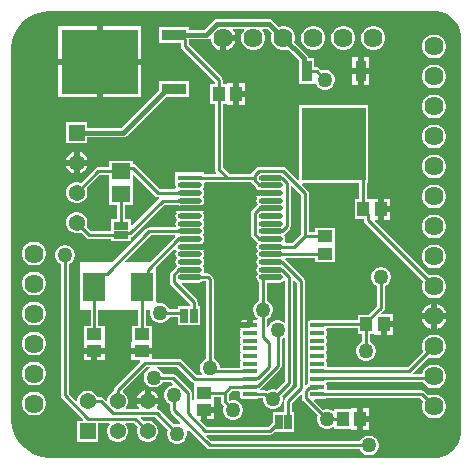
<source format=gtl>
G04*
G04 #@! TF.GenerationSoftware,Altium Limited,Altium Designer,23.2.1 (34)*
G04*
G04 Layer_Physical_Order=1*
G04 Layer_Color=255*
%FSLAX25Y25*%
%MOIN*%
G70*
G04*
G04 #@! TF.SameCoordinates,E1977E32-75BF-4710-9DAA-36D8A4D6ACA6*
G04*
G04*
G04 #@! TF.FilePolarity,Positive*
G04*
G01*
G75*
%ADD15R,0.03960X0.05151*%
%ADD16R,0.03937X0.04921*%
%ADD17R,0.03543X0.07087*%
%ADD18R,0.21457X0.24410*%
G04:AMPARAMS|DCode=19|XSize=15.75mil|YSize=47.24mil|CornerRadius=1.97mil|HoleSize=0mil|Usage=FLASHONLY|Rotation=270.000|XOffset=0mil|YOffset=0mil|HoleType=Round|Shape=RoundedRectangle|*
%AMROUNDEDRECTD19*
21,1,0.01575,0.04331,0,0,270.0*
21,1,0.01181,0.04724,0,0,270.0*
1,1,0.00394,-0.02165,-0.00591*
1,1,0.00394,-0.02165,0.00591*
1,1,0.00394,0.02165,0.00591*
1,1,0.00394,0.02165,-0.00591*
%
%ADD19ROUNDEDRECTD19*%
%ADD20R,0.05151X0.03960*%
%ADD21R,0.02500X0.05000*%
%ADD22R,0.07480X0.09449*%
%ADD23R,0.25591X0.21654*%
%ADD24R,0.08268X0.03740*%
%ADD25R,0.06102X0.05512*%
%ADD26R,0.05000X0.02500*%
%ADD27R,0.08082X0.01791*%
G04:AMPARAMS|DCode=28|XSize=80.82mil|YSize=17.91mil|CornerRadius=8.96mil|HoleSize=0mil|Usage=FLASHONLY|Rotation=0.000|XOffset=0mil|YOffset=0mil|HoleType=Round|Shape=RoundedRectangle|*
%AMROUNDEDRECTD28*
21,1,0.08082,0.00000,0,0,0.0*
21,1,0.06291,0.01791,0,0,0.0*
1,1,0.01791,0.03146,0.00000*
1,1,0.01791,-0.03146,0.00000*
1,1,0.01791,-0.03146,0.00000*
1,1,0.01791,0.03146,0.00000*
%
%ADD28ROUNDEDRECTD28*%
%ADD29R,0.04921X0.03937*%
%ADD52C,0.01000*%
%ADD53C,0.01500*%
%ADD54C,0.06378*%
%ADD55C,0.05394*%
%ADD56R,0.05394X0.05394*%
%ADD57R,0.05394X0.05394*%
%ADD58C,0.09843*%
%ADD59C,0.05000*%
G36*
X144369Y149440D02*
X146014Y148759D01*
X147495Y147770D01*
X148754Y146511D01*
X149743Y145030D01*
X150425Y143385D01*
X150772Y141638D01*
Y140748D01*
X150772Y9843D01*
X150772Y8952D01*
X150425Y7206D01*
X149743Y5561D01*
X148754Y4080D01*
X147495Y2821D01*
X146014Y1832D01*
X144369Y1150D01*
X142623Y803D01*
X141732D01*
X13806Y814D01*
X13806Y814D01*
X13806Y814D01*
X12955D01*
X11269Y1036D01*
X9626Y1476D01*
X8054Y2127D01*
X6581Y2977D01*
X5232Y4013D01*
X4029Y5216D01*
X2993Y6565D01*
X2142Y8038D01*
X1491Y9610D01*
X1051Y11253D01*
X829Y12940D01*
Y13790D01*
X829Y13790D01*
X829Y13791D01*
X803Y136811D01*
Y137662D01*
X1025Y139348D01*
X1465Y140991D01*
X2116Y142563D01*
X2967Y144036D01*
X4002Y145386D01*
X5205Y146588D01*
X6555Y147624D01*
X8028Y148475D01*
X9599Y149126D01*
X11242Y149566D01*
X12929Y149788D01*
X142623D01*
X144369Y149440D01*
D02*
G37*
%LPC*%
G36*
X86718Y147068D02*
X69494D01*
X68889Y146947D01*
X68376Y146605D01*
X65203Y143431D01*
X60052D01*
Y144521D01*
X50184D01*
Y139181D01*
X57427D01*
Y137913D01*
X57528Y137406D01*
X57815Y136976D01*
X68650Y126141D01*
Y125422D01*
X67196D01*
Y118672D01*
X68650D01*
Y97076D01*
X68751Y96568D01*
X69038Y96138D01*
X69173Y96004D01*
X68981Y95542D01*
X65175D01*
Y95912D01*
X55493D01*
Y92521D01*
X55493Y92521D01*
X55532Y92021D01*
X55460Y91658D01*
X55591Y90996D01*
X55639Y90924D01*
X55372Y90424D01*
X50230D01*
X42304Y98350D01*
X41874Y98637D01*
X41367Y98738D01*
X41253D01*
Y99816D01*
X33550D01*
Y97585D01*
X29661D01*
X29154Y97484D01*
X28724Y97197D01*
X24009Y92482D01*
X23988Y92495D01*
X23098Y92733D01*
X22177D01*
X21288Y92495D01*
X20491Y92035D01*
X19840Y91383D01*
X19379Y90586D01*
X19141Y89697D01*
Y88776D01*
X19379Y87887D01*
X19840Y87089D01*
X20491Y86438D01*
X21288Y85978D01*
X22177Y85739D01*
X23098D01*
X23988Y85978D01*
X24785Y86438D01*
X25436Y87089D01*
X25896Y87887D01*
X26135Y88776D01*
Y89697D01*
X25896Y90586D01*
X25884Y90608D01*
X30210Y94934D01*
X33550D01*
Y92704D01*
X33550D01*
Y92335D01*
X33550D01*
Y85224D01*
X36076D01*
Y80249D01*
X34102D01*
Y76324D01*
X27424D01*
X25884Y77865D01*
X25896Y77887D01*
X26135Y78776D01*
Y79697D01*
X25896Y80586D01*
X25436Y81383D01*
X24785Y82034D01*
X23988Y82495D01*
X23098Y82733D01*
X22177D01*
X21288Y82495D01*
X20491Y82034D01*
X19840Y81383D01*
X19379Y80586D01*
X19141Y79697D01*
Y78776D01*
X19379Y77887D01*
X19840Y77089D01*
X20491Y76438D01*
X21288Y75978D01*
X22177Y75740D01*
X23098D01*
X23988Y75978D01*
X24009Y75990D01*
X25938Y74062D01*
X26368Y73774D01*
X26875Y73673D01*
X34102D01*
Y72949D01*
X40702D01*
Y74375D01*
X40947Y74424D01*
X41377Y74712D01*
X51880Y85214D01*
X55203D01*
X55328Y84980D01*
X56470D01*
X56527Y84942D01*
X57188Y84811D01*
X63480D01*
X64141Y84942D01*
X64198Y84980D01*
X65091D01*
X64846Y85347D01*
X64760Y85404D01*
X65077Y85878D01*
X65208Y86540D01*
X65077Y87201D01*
X64702Y87762D01*
Y87876D01*
X65077Y88437D01*
X65208Y89099D01*
X65077Y89760D01*
X64702Y90321D01*
Y90435D01*
X65077Y90996D01*
X65208Y91658D01*
X65136Y92021D01*
X65175Y92521D01*
X65489Y92891D01*
X80720D01*
X80738Y92800D01*
X81025Y92370D01*
X82514Y90881D01*
X82525Y90869D01*
X82551Y90830D01*
X82662Y90271D01*
X82547Y90099D01*
X83439D01*
X83496Y90060D01*
X84158Y89929D01*
X87304D01*
Y88269D01*
X84158D01*
X83496Y88137D01*
X83439Y88099D01*
X82547D01*
X82792Y87732D01*
X82877Y87675D01*
X82561Y87201D01*
X82429Y86540D01*
X82561Y85878D01*
X82911Y85353D01*
X82787Y85049D01*
X82692Y84879D01*
X82524Y84766D01*
X81025Y83268D01*
X80738Y82838D01*
X80637Y82331D01*
Y75394D01*
X80738Y74887D01*
X81025Y74457D01*
X82524Y72958D01*
X82692Y72846D01*
X82787Y72675D01*
X82912Y72372D01*
X82561Y71847D01*
X82429Y71185D01*
X82561Y70524D01*
X82936Y69963D01*
Y69849D01*
X82561Y69288D01*
X82429Y68626D01*
X82561Y67965D01*
X82936Y67404D01*
Y67289D01*
X82561Y66729D01*
X82429Y66067D01*
X82561Y65405D01*
X82936Y64845D01*
Y64730D01*
X82561Y64170D01*
X82429Y63508D01*
X82561Y62846D01*
X82936Y62286D01*
Y62171D01*
X82561Y61611D01*
X82429Y60949D01*
X82561Y60287D01*
X82936Y59727D01*
X83326Y59465D01*
Y53246D01*
X82619Y52838D01*
X82005Y52223D01*
X81571Y51471D01*
X81346Y50631D01*
Y49762D01*
X81571Y48923D01*
X82005Y48171D01*
X82619Y47556D01*
X82946Y47368D01*
X82945Y47196D01*
X82480Y46791D01*
X81315D01*
Y44980D01*
X80315D01*
Y44028D01*
X78150D01*
X77908Y43980D01*
X77011D01*
X77022Y43923D01*
X77287Y43527D01*
X77292Y43523D01*
X77211Y43401D01*
X77133Y43012D01*
Y41831D01*
X77211Y41442D01*
X77411Y41142D01*
X77211Y40842D01*
X77133Y40453D01*
Y39272D01*
X77211Y38883D01*
X77411Y38583D01*
X77211Y38283D01*
X77133Y37894D01*
Y36713D01*
X77211Y36324D01*
X77411Y36024D01*
X77211Y35724D01*
X77133Y35335D01*
Y34154D01*
X77211Y33765D01*
X77411Y33465D01*
X77211Y33165D01*
X77133Y32776D01*
Y31594D01*
X77171Y31402D01*
X76899Y30969D01*
X76812Y30902D01*
X70229D01*
Y31301D01*
X70004Y32141D01*
X69570Y32893D01*
X68955Y33508D01*
X68255Y33912D01*
Y60363D01*
X68154Y60870D01*
X67866Y61300D01*
X67281Y61886D01*
X66851Y62173D01*
X66343Y62274D01*
X65296D01*
X65029Y62774D01*
X65077Y62846D01*
X65208Y63508D01*
X65077Y64170D01*
X64702Y64730D01*
Y64845D01*
X65077Y65405D01*
X65208Y66067D01*
X65077Y66729D01*
X64702Y67289D01*
Y67404D01*
X65077Y67965D01*
X65208Y68626D01*
X65077Y69288D01*
X64760Y69761D01*
X64846Y69819D01*
X65091Y70185D01*
X64198D01*
X64141Y70223D01*
X63480Y70355D01*
X60334D01*
Y72015D01*
X63480D01*
X64141Y72147D01*
X64198Y72185D01*
X65091D01*
X64846Y72552D01*
X64760Y72609D01*
X65077Y73083D01*
X65208Y73744D01*
X65077Y74406D01*
X64702Y74967D01*
Y75081D01*
X65077Y75642D01*
X65208Y76303D01*
X65077Y76965D01*
X64702Y77526D01*
Y77640D01*
X65077Y78201D01*
X65208Y78862D01*
X65077Y79524D01*
X64702Y80085D01*
Y80199D01*
X65077Y80760D01*
X65208Y81421D01*
X65077Y82083D01*
X64760Y82556D01*
X64846Y82614D01*
X65091Y82980D01*
X64198D01*
X64141Y83019D01*
X63480Y83150D01*
X57188D01*
X56527Y83019D01*
X56470Y82980D01*
X55577D01*
X55822Y82614D01*
X55908Y82556D01*
X55591Y82083D01*
X55460Y81421D01*
X55591Y80760D01*
X55966Y80199D01*
Y80085D01*
X55591Y79524D01*
X55460Y78862D01*
X55591Y78201D01*
X55639Y78129D01*
X55372Y77629D01*
X46752D01*
X46245Y77528D01*
X45814Y77241D01*
X34519Y65945D01*
X23622D01*
Y50197D01*
X27218D01*
Y44836D01*
X25168D01*
Y39318D01*
X24968D01*
Y37338D01*
X28543D01*
X32118D01*
Y39318D01*
X31918D01*
Y44836D01*
X29869D01*
Y50197D01*
X42966D01*
Y44836D01*
X40916D01*
Y39318D01*
X40716D01*
Y37338D01*
X44291D01*
X47867D01*
Y39318D01*
X47667D01*
Y44836D01*
X45617D01*
Y50197D01*
X46961D01*
X47265Y49800D01*
X47209Y49589D01*
Y48720D01*
X47434Y47881D01*
X47868Y47129D01*
X48483Y46514D01*
X49235Y46080D01*
X50074Y45855D01*
X50943D01*
X51783Y46080D01*
X52535Y46514D01*
X53150Y47129D01*
X53554Y47829D01*
X56389D01*
Y44928D01*
X63689D01*
Y51528D01*
X62965D01*
Y52720D01*
X62864Y53228D01*
X62576Y53658D01*
X57514Y58720D01*
X57721Y59220D01*
X63480D01*
X64141Y59352D01*
X64548Y59623D01*
X65604D01*
Y33912D01*
X64903Y33508D01*
X64289Y32893D01*
X63854Y32141D01*
X63629Y31301D01*
Y30433D01*
X63854Y29593D01*
X64259Y28892D01*
X64140Y28481D01*
X64103Y28392D01*
X62694D01*
X57669Y33418D01*
X57239Y33705D01*
X56732Y33806D01*
X47867D01*
Y35338D01*
X44291D01*
X40716D01*
Y33358D01*
X43625D01*
X43817Y32896D01*
X35323Y24402D01*
X35035Y23972D01*
X34934Y23465D01*
Y22950D01*
X34910Y22944D01*
X34113Y22483D01*
X33462Y21832D01*
X33001Y21035D01*
X32763Y20145D01*
Y20057D01*
X32301Y19866D01*
X31545Y20622D01*
X31115Y20910D01*
X30608Y21011D01*
X29525D01*
X29518Y21035D01*
X29058Y21832D01*
X28407Y22483D01*
X27610Y22944D01*
X26720Y23182D01*
X25800D01*
X24910Y22944D01*
X24113Y22483D01*
X23462Y21832D01*
X23001Y21035D01*
X22763Y20145D01*
Y20057D01*
X22301Y19866D01*
X20026Y22141D01*
Y65360D01*
X20727Y65765D01*
X21341Y66379D01*
X21776Y67132D01*
X22001Y67971D01*
Y68840D01*
X21776Y69679D01*
X21341Y70432D01*
X20727Y71046D01*
X19974Y71481D01*
X19135Y71706D01*
X18266D01*
X17427Y71481D01*
X16675Y71046D01*
X16060Y70432D01*
X15626Y69679D01*
X15401Y68840D01*
Y67971D01*
X15626Y67132D01*
X16060Y66379D01*
X16675Y65765D01*
X17375Y65360D01*
Y21592D01*
X17476Y21084D01*
X17763Y20654D01*
X24774Y13644D01*
X24583Y13182D01*
X22763D01*
Y6188D01*
X29757D01*
Y12563D01*
X33485D01*
X33692Y12063D01*
X33462Y11832D01*
X33001Y11035D01*
X32763Y10145D01*
Y9225D01*
X33001Y8335D01*
X33462Y7538D01*
X34113Y6887D01*
X34910Y6426D01*
X35800Y6188D01*
X36720D01*
X37610Y6426D01*
X38407Y6887D01*
X39058Y7538D01*
X39518Y8335D01*
X39757Y9225D01*
Y10145D01*
X39518Y11035D01*
X39058Y11832D01*
X38827Y12063D01*
X39035Y12563D01*
X41508D01*
X43014Y11056D01*
X43001Y11035D01*
X42763Y10145D01*
Y9225D01*
X43001Y8335D01*
X43462Y7538D01*
X44113Y6887D01*
X44910Y6426D01*
X45799Y6188D01*
X46720D01*
X47610Y6426D01*
X48407Y6887D01*
X49058Y7538D01*
X49518Y8335D01*
X49757Y9225D01*
Y10145D01*
X49518Y11035D01*
X49058Y11832D01*
X48407Y12483D01*
X47610Y12944D01*
X46720Y13182D01*
X45799D01*
X44910Y12944D01*
X44888Y12931D01*
X43919Y13901D01*
X44110Y14363D01*
X48723D01*
X53012Y10074D01*
X52802Y9293D01*
Y8424D01*
X53027Y7585D01*
X53462Y6832D01*
X54076Y6218D01*
X54829Y5783D01*
X55668Y5558D01*
X56537D01*
X57376Y5783D01*
X58129Y6218D01*
X58743Y6832D01*
X59178Y7585D01*
X59402Y8424D01*
Y9293D01*
X59313Y9626D01*
X59670Y10212D01*
X59746Y10229D01*
X65992Y3984D01*
X66422Y3697D01*
X66929Y3596D01*
X117034D01*
X117438Y2895D01*
X118052Y2281D01*
X118805Y1846D01*
X119644Y1621D01*
X120513D01*
X121353Y1846D01*
X122105Y2281D01*
X122719Y2895D01*
X123154Y3647D01*
X123379Y4487D01*
Y5356D01*
X123154Y6195D01*
X122719Y6948D01*
X122105Y7562D01*
X121353Y7996D01*
X120513Y8221D01*
X119644D01*
X118805Y7996D01*
X118052Y7562D01*
X117438Y6948D01*
X117034Y6247D01*
X67478D01*
X65708Y8017D01*
X65915Y8517D01*
X86983D01*
X87490Y8618D01*
X87920Y8905D01*
X88510Y9495D01*
X95186D01*
Y16095D01*
X94461D01*
Y19233D01*
X97306Y22079D01*
X97768Y21887D01*
Y20738D01*
X97869Y20231D01*
X98156Y19801D01*
X102962Y14996D01*
X102752Y14214D01*
Y13345D01*
X102977Y12506D01*
X103412Y11753D01*
X104026Y11139D01*
X104779Y10704D01*
X105618Y10480D01*
X106487D01*
X107326Y10704D01*
X108034Y11113D01*
X108360Y11022D01*
X108534Y10950D01*
Y10404D01*
X114053D01*
Y10204D01*
X116032D01*
Y13780D01*
Y17355D01*
X114053D01*
Y17155D01*
X108534D01*
Y16609D01*
X108360Y16537D01*
X108034Y16446D01*
X107326Y16855D01*
X106487Y17079D01*
X105618D01*
X104836Y16870D01*
X101827Y19880D01*
X102018Y20342D01*
X104921D01*
X105310Y20419D01*
X105616Y20623D01*
X137148D01*
X138126Y19645D01*
X138015Y19453D01*
X137743Y18439D01*
Y17388D01*
X138015Y16374D01*
X138540Y15464D01*
X139283Y14721D01*
X140193Y14196D01*
X141207Y13924D01*
X142257D01*
X143272Y14196D01*
X144182Y14721D01*
X144924Y15464D01*
X145449Y16374D01*
X145721Y17388D01*
Y18439D01*
X145449Y19453D01*
X144924Y20363D01*
X144182Y21105D01*
X143272Y21631D01*
X142257Y21902D01*
X141207D01*
X140193Y21631D01*
X140000Y21520D01*
X138634Y22886D01*
X138204Y23173D01*
X137697Y23274D01*
X106246D01*
X105909Y23774D01*
X105938Y23917D01*
Y25098D01*
X105860Y25487D01*
X105833Y25529D01*
X106100Y26029D01*
X138214D01*
X138540Y25464D01*
X139283Y24721D01*
X140193Y24196D01*
X141207Y23924D01*
X142257D01*
X143272Y24196D01*
X144182Y24721D01*
X144924Y25464D01*
X145449Y26374D01*
X145721Y27388D01*
Y28439D01*
X145449Y29453D01*
X144924Y30363D01*
X144182Y31105D01*
X143272Y31631D01*
X142257Y31902D01*
X141207D01*
X140193Y31631D01*
X139283Y31105D01*
X138540Y30363D01*
X138015Y29453D01*
X137808Y28680D01*
X135080D01*
X134873Y29180D01*
X140000Y34307D01*
X140193Y34196D01*
X141207Y33924D01*
X142257D01*
X143272Y34196D01*
X144182Y34721D01*
X144924Y35464D01*
X145449Y36374D01*
X145721Y37388D01*
Y38439D01*
X145449Y39453D01*
X144924Y40363D01*
X144182Y41105D01*
X143272Y41631D01*
X142257Y41902D01*
X141207D01*
X140193Y41631D01*
X139283Y41105D01*
X138540Y40363D01*
X138015Y39453D01*
X137743Y38439D01*
Y37388D01*
X138015Y36374D01*
X138126Y36182D01*
X132896Y30951D01*
X106246D01*
X105909Y31451D01*
X105938Y31594D01*
Y32776D01*
X105860Y33165D01*
X105660Y33465D01*
X105860Y33765D01*
X105938Y34154D01*
Y35335D01*
X105860Y35724D01*
X105660Y36024D01*
X105860Y36324D01*
X105938Y36713D01*
Y37894D01*
X105860Y38283D01*
X105660Y38583D01*
X105860Y38883D01*
X105938Y39272D01*
Y40453D01*
X105860Y40842D01*
X105660Y41142D01*
X105860Y41442D01*
X105938Y41831D01*
Y43012D01*
X105860Y43401D01*
X105827Y43450D01*
X106095Y43950D01*
X116326D01*
Y42015D01*
X117769D01*
Y39463D01*
X117068Y39058D01*
X116454Y38444D01*
X116019Y37691D01*
X115795Y36852D01*
Y35983D01*
X116019Y35144D01*
X116454Y34391D01*
X117068Y33777D01*
X117821Y33342D01*
X118660Y33117D01*
X119529D01*
X120368Y33342D01*
X121121Y33777D01*
X121735Y34391D01*
X122170Y35144D01*
X122395Y35983D01*
Y36852D01*
X122170Y37691D01*
X121735Y38444D01*
X121121Y39058D01*
X120420Y39463D01*
Y42015D01*
X121614D01*
X122031Y41815D01*
X122031Y41815D01*
X122031Y41815D01*
X124000D01*
Y45276D01*
X125000D01*
Y46276D01*
X127969D01*
Y48736D01*
X124376D01*
X124185Y49198D01*
X124953Y49966D01*
X125240Y50396D01*
X125341Y50904D01*
Y57978D01*
X126042Y58383D01*
X126656Y58997D01*
X127091Y59750D01*
X127316Y60589D01*
Y61458D01*
X127091Y62297D01*
X126656Y63050D01*
X126042Y63664D01*
X125289Y64099D01*
X124450Y64324D01*
X123581D01*
X122742Y64099D01*
X121990Y63664D01*
X121375Y63050D01*
X120941Y62297D01*
X120716Y61458D01*
Y60589D01*
X120941Y59750D01*
X121375Y58997D01*
X121990Y58383D01*
X122690Y57978D01*
Y51453D01*
X119774Y48536D01*
X116326D01*
Y46601D01*
X104626D01*
X104557Y46587D01*
X100591D01*
X100202Y46510D01*
X99872Y46290D01*
X99651Y45960D01*
X99574Y45571D01*
Y44390D01*
X99651Y44001D01*
X99852Y43701D01*
X99651Y43401D01*
X99574Y43012D01*
Y41831D01*
X99651Y41442D01*
X99852Y41142D01*
X99652Y40842D01*
X99574Y40453D01*
Y39272D01*
X99652Y38883D01*
X99852Y38583D01*
X99651Y38283D01*
X99574Y37894D01*
Y36713D01*
X99651Y36324D01*
X99852Y36024D01*
X99651Y35724D01*
X99574Y35335D01*
Y34154D01*
X99651Y33765D01*
X99852Y33465D01*
X99651Y33165D01*
X99574Y32776D01*
Y31594D01*
X99651Y31205D01*
X99852Y30906D01*
X99651Y30606D01*
X99574Y30217D01*
Y29035D01*
X99651Y28646D01*
X99852Y28346D01*
X99651Y28046D01*
X99574Y27657D01*
Y26476D01*
X99651Y26087D01*
X99852Y25787D01*
X99651Y25487D01*
X99642Y25442D01*
X99217Y25158D01*
X99091Y25032D01*
X98629Y25223D01*
Y59758D01*
X98528Y60265D01*
X98241Y60695D01*
X92136Y66801D01*
X92168Y67017D01*
X92313Y67301D01*
X102054D01*
Y66129D01*
X108576D01*
Y71666D01*
X108576D01*
Y72035D01*
X108576D01*
Y77572D01*
X102054D01*
Y76129D01*
X100143D01*
Y88953D01*
X100042Y89460D01*
X99755Y89890D01*
X97797Y91848D01*
X97988Y92310D01*
X116878D01*
Y87037D01*
X115424D01*
Y80286D01*
X118358D01*
Y79962D01*
X118459Y79455D01*
X118746Y79025D01*
X138126Y59645D01*
X138015Y59453D01*
X137743Y58439D01*
Y57388D01*
X138015Y56374D01*
X138540Y55464D01*
X139283Y54721D01*
X140193Y54196D01*
X141207Y53924D01*
X142257D01*
X143272Y54196D01*
X144182Y54721D01*
X144924Y55464D01*
X145449Y56374D01*
X145721Y57388D01*
Y58439D01*
X145449Y59453D01*
X144924Y60363D01*
X144182Y61105D01*
X143272Y61631D01*
X142257Y61902D01*
X141207D01*
X140193Y61631D01*
X140000Y61520D01*
X121896Y79624D01*
X122087Y80086D01*
X122922D01*
Y83661D01*
Y87237D01*
X120942D01*
Y87037D01*
X119529D01*
Y92310D01*
X119796D01*
Y118320D01*
X96739D01*
Y93559D01*
X96277Y93368D01*
X92296Y97350D01*
X91866Y97637D01*
X91359Y97738D01*
X83249D01*
X82741Y97637D01*
X82311Y97350D01*
X81025Y96063D01*
X80738Y95633D01*
X80720Y95542D01*
X73384D01*
X71301Y97625D01*
Y118672D01*
X72714D01*
Y118472D01*
X74694D01*
Y122047D01*
Y125622D01*
X72714D01*
Y125422D01*
X71301D01*
Y126690D01*
X71200Y127197D01*
X70913Y127627D01*
X60078Y138462D01*
Y140270D01*
X65857D01*
X66462Y140391D01*
X66768Y140595D01*
X67268Y140340D01*
Y140197D01*
X67553Y139131D01*
X68105Y138176D01*
X68885Y137396D01*
X69840Y136845D01*
X70457Y136679D01*
Y140748D01*
X71457D01*
Y141748D01*
X75526D01*
X75360Y142365D01*
X74809Y143320D01*
X74684Y143445D01*
X74876Y143907D01*
X78321D01*
X78512Y143445D01*
X78265Y143198D01*
X77740Y142288D01*
X77468Y141273D01*
Y140223D01*
X77740Y139208D01*
X78265Y138299D01*
X79008Y137556D01*
X79917Y137031D01*
X80932Y136759D01*
X81982D01*
X82996Y137031D01*
X83906Y137556D01*
X84649Y138299D01*
X85174Y139208D01*
X85446Y140223D01*
Y141273D01*
X85174Y142288D01*
X84649Y143198D01*
X84401Y143445D01*
X84593Y143907D01*
X86063D01*
X87727Y142243D01*
X87468Y141273D01*
Y140223D01*
X87740Y139208D01*
X88265Y138299D01*
X89008Y137556D01*
X89917Y137031D01*
X90932Y136759D01*
X91982D01*
X92951Y137019D01*
X96689Y133281D01*
Y130746D01*
X96720Y130593D01*
Y125381D01*
X101863D01*
Y125381D01*
X102319Y125564D01*
X102363Y125554D01*
X102773Y124844D01*
X103387Y124229D01*
X104140Y123795D01*
X104979Y123570D01*
X105848D01*
X106687Y123795D01*
X107440Y124229D01*
X108054Y124844D01*
X108489Y125596D01*
X108713Y126436D01*
Y127304D01*
X108489Y128144D01*
X108054Y128896D01*
X107440Y129511D01*
X106687Y129945D01*
X105848Y130170D01*
X104979D01*
X104197Y129961D01*
X103496Y130662D01*
X103066Y130949D01*
X102559Y131050D01*
X101863D01*
Y134068D01*
X99824D01*
X99730Y134540D01*
X99387Y135053D01*
X95186Y139254D01*
X95446Y140223D01*
Y141273D01*
X95174Y142288D01*
X94649Y143198D01*
X93906Y143940D01*
X92997Y144465D01*
X91982Y144737D01*
X90932D01*
X89962Y144477D01*
X87835Y146605D01*
X87322Y146947D01*
X86718Y147068D01*
D02*
G37*
G36*
X121982Y144737D02*
X120932D01*
X119917Y144465D01*
X119008Y143940D01*
X118265Y143198D01*
X117740Y142288D01*
X117468Y141273D01*
Y140223D01*
X117740Y139208D01*
X118265Y138299D01*
X119008Y137556D01*
X119917Y137031D01*
X120932Y136759D01*
X121982D01*
X122996Y137031D01*
X123906Y137556D01*
X124649Y138299D01*
X125174Y139208D01*
X125446Y140223D01*
Y141273D01*
X125174Y142288D01*
X124649Y143198D01*
X123906Y143940D01*
X122996Y144465D01*
X121982Y144737D01*
D02*
G37*
G36*
X111982D02*
X110932D01*
X109917Y144465D01*
X109008Y143940D01*
X108265Y143198D01*
X107740Y142288D01*
X107468Y141273D01*
Y140223D01*
X107740Y139208D01*
X108265Y138299D01*
X109008Y137556D01*
X109917Y137031D01*
X110932Y136759D01*
X111982D01*
X112996Y137031D01*
X113906Y137556D01*
X114649Y138299D01*
X115174Y139208D01*
X115446Y140223D01*
Y141273D01*
X115174Y142288D01*
X114649Y143198D01*
X113906Y143940D01*
X112996Y144465D01*
X111982Y144737D01*
D02*
G37*
G36*
X101982Y144737D02*
X100932D01*
X99917Y144465D01*
X99007Y143940D01*
X98265Y143198D01*
X97740Y142288D01*
X97468Y141273D01*
Y140223D01*
X97740Y139208D01*
X98265Y138299D01*
X99007Y137556D01*
X99917Y137031D01*
X100932Y136759D01*
X101982D01*
X102997Y137031D01*
X103906Y137556D01*
X104649Y138299D01*
X105174Y139208D01*
X105446Y140223D01*
Y141273D01*
X105174Y142288D01*
X104649Y143198D01*
X103906Y143940D01*
X102997Y144465D01*
X101982Y144737D01*
D02*
G37*
G36*
X75526Y139748D02*
X72457D01*
Y136679D01*
X73074Y136845D01*
X74029Y137396D01*
X74809Y138176D01*
X75360Y139131D01*
X75526Y139748D01*
D02*
G37*
G36*
X142257Y141902D02*
X141207D01*
X140193Y141631D01*
X139283Y141105D01*
X138540Y140363D01*
X138015Y139453D01*
X137743Y138439D01*
Y137388D01*
X138015Y136374D01*
X138540Y135464D01*
X139283Y134721D01*
X140193Y134196D01*
X141207Y133924D01*
X142257D01*
X143272Y134196D01*
X144182Y134721D01*
X144924Y135464D01*
X145449Y136374D01*
X145721Y137388D01*
Y138439D01*
X145449Y139453D01*
X144924Y140363D01*
X144182Y141105D01*
X143272Y141631D01*
X142257Y141902D01*
D02*
G37*
G36*
X44110Y144701D02*
X31315D01*
Y133874D01*
X44110D01*
Y144701D01*
D02*
G37*
G36*
X29315D02*
X16520D01*
Y133874D01*
X29315D01*
Y144701D01*
D02*
G37*
G36*
X120016Y134268D02*
X118244D01*
Y130724D01*
X120016D01*
Y134268D01*
D02*
G37*
G36*
X116244D02*
X114472D01*
Y130724D01*
X116244D01*
Y134268D01*
D02*
G37*
G36*
X120016Y128724D02*
X118244D01*
Y125181D01*
X120016D01*
Y128724D01*
D02*
G37*
G36*
X116244D02*
X114472D01*
Y125181D01*
X116244D01*
Y128724D01*
D02*
G37*
G36*
X142257Y131902D02*
X141207D01*
X140193Y131631D01*
X139283Y131105D01*
X138540Y130363D01*
X138015Y129453D01*
X137743Y128439D01*
Y127388D01*
X138015Y126374D01*
X138540Y125464D01*
X139283Y124721D01*
X140193Y124196D01*
X141207Y123924D01*
X142257D01*
X143272Y124196D01*
X144182Y124721D01*
X144924Y125464D01*
X145449Y126374D01*
X145721Y127388D01*
Y128439D01*
X145449Y129453D01*
X144924Y130363D01*
X144182Y131105D01*
X143272Y131631D01*
X142257Y131902D01*
D02*
G37*
G36*
X78674Y125622D02*
X76694D01*
Y123047D01*
X78674D01*
Y125622D01*
D02*
G37*
G36*
X44110Y131874D02*
X31315D01*
Y121047D01*
X44110D01*
Y131874D01*
D02*
G37*
G36*
X29315D02*
X16520D01*
Y121047D01*
X29315D01*
Y131874D01*
D02*
G37*
G36*
X78674Y121047D02*
X76694D01*
Y118472D01*
X78674D01*
Y121047D01*
D02*
G37*
G36*
X142257Y121902D02*
X141207D01*
X140193Y121631D01*
X139283Y121105D01*
X138540Y120363D01*
X138015Y119453D01*
X137743Y118439D01*
Y117388D01*
X138015Y116374D01*
X138540Y115464D01*
X139283Y114721D01*
X140193Y114196D01*
X141207Y113924D01*
X142257D01*
X143272Y114196D01*
X144182Y114721D01*
X144924Y115464D01*
X145449Y116374D01*
X145721Y117388D01*
Y118439D01*
X145449Y119453D01*
X144924Y120363D01*
X144182Y121105D01*
X143272Y121631D01*
X142257Y121902D01*
D02*
G37*
G36*
X60052Y126568D02*
X50184D01*
Y123463D01*
X37538Y110817D01*
X26135D01*
Y112733D01*
X19141D01*
Y105739D01*
X26135D01*
Y107656D01*
X38193D01*
X38798Y107776D01*
X39311Y108119D01*
X52419Y121228D01*
X60052D01*
Y126568D01*
D02*
G37*
G36*
X142257Y111902D02*
X141207D01*
X140193Y111631D01*
X139283Y111105D01*
X138540Y110363D01*
X138015Y109453D01*
X137743Y108439D01*
Y107388D01*
X138015Y106374D01*
X138540Y105464D01*
X139283Y104721D01*
X140193Y104196D01*
X141207Y103924D01*
X142257D01*
X143272Y104196D01*
X144182Y104721D01*
X144924Y105464D01*
X145449Y106374D01*
X145721Y107388D01*
Y108439D01*
X145449Y109453D01*
X144924Y110363D01*
X144182Y111105D01*
X143272Y111631D01*
X142257Y111902D01*
D02*
G37*
G36*
X23638Y102796D02*
Y100236D01*
X26197D01*
X26083Y100663D01*
X25596Y101506D01*
X24908Y102194D01*
X24065Y102681D01*
X23638Y102796D01*
D02*
G37*
G36*
X21638Y102796D02*
X21211Y102681D01*
X20368Y102194D01*
X19680Y101506D01*
X19193Y100663D01*
X19079Y100236D01*
X21638D01*
Y102796D01*
D02*
G37*
G36*
Y98236D02*
X19079D01*
X19193Y97809D01*
X19680Y96966D01*
X20368Y96278D01*
X21211Y95791D01*
X21638Y95677D01*
Y98236D01*
D02*
G37*
G36*
X26197D02*
X23638D01*
Y95677D01*
X24065Y95791D01*
X24908Y96278D01*
X25596Y96966D01*
X26083Y97809D01*
X26197Y98236D01*
D02*
G37*
G36*
X142257Y101902D02*
X141207D01*
X140193Y101631D01*
X139283Y101105D01*
X138540Y100363D01*
X138015Y99453D01*
X137743Y98439D01*
Y97388D01*
X138015Y96374D01*
X138540Y95464D01*
X139283Y94721D01*
X140193Y94196D01*
X141207Y93924D01*
X142257D01*
X143272Y94196D01*
X144182Y94721D01*
X144924Y95464D01*
X145449Y96374D01*
X145721Y97388D01*
Y98439D01*
X145449Y99453D01*
X144924Y100363D01*
X144182Y101105D01*
X143272Y101631D01*
X142257Y101902D01*
D02*
G37*
G36*
X126902Y87237D02*
X124922D01*
Y84661D01*
X126902D01*
Y87237D01*
D02*
G37*
G36*
X142257Y91902D02*
X141207D01*
X140193Y91631D01*
X139283Y91105D01*
X138540Y90363D01*
X138015Y89453D01*
X137743Y88439D01*
Y87388D01*
X138015Y86374D01*
X138540Y85464D01*
X139283Y84721D01*
X140193Y84196D01*
X141207Y83924D01*
X142257D01*
X143272Y84196D01*
X144182Y84721D01*
X144924Y85464D01*
X145449Y86374D01*
X145721Y87388D01*
Y88439D01*
X145449Y89453D01*
X144924Y90363D01*
X144182Y91105D01*
X143272Y91631D01*
X142257Y91902D01*
D02*
G37*
G36*
X126902Y82661D02*
X124922D01*
Y80086D01*
X126902D01*
Y82661D01*
D02*
G37*
G36*
X142257Y81902D02*
X141207D01*
X140193Y81630D01*
X139283Y81105D01*
X138540Y80363D01*
X138015Y79453D01*
X137743Y78439D01*
Y77388D01*
X138015Y76374D01*
X138540Y75464D01*
X139283Y74721D01*
X140193Y74196D01*
X141207Y73924D01*
X142257D01*
X143272Y74196D01*
X144182Y74721D01*
X144924Y75464D01*
X145449Y76374D01*
X145721Y77388D01*
Y78439D01*
X145449Y79453D01*
X144924Y80363D01*
X144182Y81105D01*
X143272Y81630D01*
X142257Y81902D01*
D02*
G37*
G36*
X8924Y72894D02*
X7874D01*
X6859Y72622D01*
X5950Y72097D01*
X5207Y71354D01*
X4682Y70444D01*
X4410Y69430D01*
Y68379D01*
X4682Y67365D01*
X5207Y66455D01*
X5950Y65713D01*
X6859Y65188D01*
X7874Y64916D01*
X8924D01*
X9939Y65188D01*
X10848Y65713D01*
X11591Y66455D01*
X12116Y67365D01*
X12388Y68379D01*
Y69430D01*
X12116Y70444D01*
X11591Y71354D01*
X10848Y72097D01*
X9939Y72622D01*
X8924Y72894D01*
D02*
G37*
G36*
X142257Y71902D02*
X141207D01*
X140193Y71631D01*
X139283Y71105D01*
X138540Y70363D01*
X138015Y69453D01*
X137743Y68439D01*
Y67388D01*
X138015Y66374D01*
X138540Y65464D01*
X139283Y64721D01*
X140193Y64196D01*
X141207Y63924D01*
X142257D01*
X143272Y64196D01*
X144182Y64721D01*
X144924Y65464D01*
X145449Y66374D01*
X145721Y67388D01*
Y68439D01*
X145449Y69453D01*
X144924Y70363D01*
X144182Y71105D01*
X143272Y71631D01*
X142257Y71902D01*
D02*
G37*
G36*
X8924Y62894D02*
X7874D01*
X6859Y62622D01*
X5950Y62097D01*
X5207Y61354D01*
X4682Y60444D01*
X4410Y59430D01*
Y58380D01*
X4682Y57365D01*
X5207Y56455D01*
X5950Y55713D01*
X6859Y55187D01*
X7874Y54916D01*
X8924D01*
X9939Y55187D01*
X10848Y55713D01*
X11591Y56455D01*
X12116Y57365D01*
X12388Y58380D01*
Y59430D01*
X12116Y60444D01*
X11591Y61354D01*
X10848Y62097D01*
X9939Y62622D01*
X8924Y62894D01*
D02*
G37*
G36*
X142732Y51982D02*
Y48913D01*
X145801D01*
X145636Y49530D01*
X145084Y50485D01*
X144304Y51265D01*
X143349Y51817D01*
X142732Y51982D01*
D02*
G37*
G36*
X140732D02*
X140115Y51817D01*
X139160Y51265D01*
X138380Y50485D01*
X137829Y49530D01*
X137663Y48913D01*
X140732D01*
Y51982D01*
D02*
G37*
G36*
X79315Y46791D02*
X78150D01*
X77683Y46698D01*
X77287Y46434D01*
X77022Y46038D01*
X77011Y45980D01*
X79315D01*
Y46791D01*
D02*
G37*
G36*
X8924Y52894D02*
X7874D01*
X6859Y52622D01*
X5950Y52097D01*
X5207Y51354D01*
X4682Y50444D01*
X4410Y49430D01*
Y48379D01*
X4682Y47365D01*
X5207Y46455D01*
X5950Y45713D01*
X6859Y45188D01*
X7874Y44916D01*
X8924D01*
X9939Y45188D01*
X10848Y45713D01*
X11591Y46455D01*
X12116Y47365D01*
X12388Y48379D01*
Y49430D01*
X12116Y50444D01*
X11591Y51354D01*
X10848Y52097D01*
X9939Y52622D01*
X8924Y52894D01*
D02*
G37*
G36*
X145801Y46913D02*
X142732D01*
Y43845D01*
X143349Y44010D01*
X144304Y44561D01*
X145084Y45341D01*
X145636Y46297D01*
X145801Y46913D01*
D02*
G37*
G36*
X140732D02*
X137663D01*
X137829Y46297D01*
X138380Y45341D01*
X139160Y44561D01*
X140115Y44010D01*
X140732Y43845D01*
Y46913D01*
D02*
G37*
G36*
X127969Y44276D02*
X126000D01*
Y41815D01*
X127969D01*
Y44276D01*
D02*
G37*
G36*
X8924Y42894D02*
X7874D01*
X6859Y42622D01*
X5950Y42097D01*
X5207Y41354D01*
X4682Y40444D01*
X4410Y39430D01*
Y38379D01*
X4682Y37365D01*
X5207Y36455D01*
X5950Y35713D01*
X6859Y35188D01*
X7874Y34916D01*
X8924D01*
X9939Y35188D01*
X10848Y35713D01*
X11591Y36455D01*
X12116Y37365D01*
X12388Y38379D01*
Y39430D01*
X12116Y40444D01*
X11591Y41354D01*
X10848Y42097D01*
X9939Y42622D01*
X8924Y42894D01*
D02*
G37*
G36*
X32118Y35338D02*
X29543D01*
Y33358D01*
X32118D01*
Y35338D01*
D02*
G37*
G36*
X27543D02*
X24968D01*
Y33358D01*
X27543D01*
Y35338D01*
D02*
G37*
G36*
X8924Y32894D02*
X7874D01*
X6859Y32622D01*
X5950Y32097D01*
X5207Y31354D01*
X4682Y30444D01*
X4410Y29430D01*
Y28379D01*
X4682Y27365D01*
X5207Y26455D01*
X5950Y25713D01*
X6859Y25188D01*
X7874Y24916D01*
X8924D01*
X9939Y25188D01*
X10848Y25713D01*
X11591Y26455D01*
X12116Y27365D01*
X12388Y28379D01*
Y29430D01*
X12116Y30444D01*
X11591Y31354D01*
X10848Y32097D01*
X9939Y32622D01*
X8924Y32894D01*
D02*
G37*
G36*
Y22894D02*
X7874D01*
X6859Y22622D01*
X5950Y22097D01*
X5207Y21354D01*
X4682Y20444D01*
X4410Y19430D01*
Y18380D01*
X4682Y17365D01*
X5207Y16455D01*
X5950Y15713D01*
X6859Y15188D01*
X7874Y14916D01*
X8924D01*
X9939Y15188D01*
X10848Y15713D01*
X11591Y16455D01*
X12116Y17365D01*
X12388Y18380D01*
Y19430D01*
X12116Y20444D01*
X11591Y21354D01*
X10848Y22097D01*
X9939Y22622D01*
X8924Y22894D01*
D02*
G37*
G36*
X120012Y17355D02*
X118032D01*
Y14780D01*
X120012D01*
Y17355D01*
D02*
G37*
G36*
Y12779D02*
X118032D01*
Y10204D01*
X120012D01*
Y12779D01*
D02*
G37*
%LPD*%
G36*
X48744Y88161D02*
X49174Y87874D01*
X49681Y87773D01*
X49983D01*
X50190Y87273D01*
X41164Y78247D01*
X40702Y78438D01*
Y80249D01*
X38727D01*
Y85224D01*
X41253D01*
Y92335D01*
X41253D01*
Y92704D01*
X41253D01*
Y94999D01*
X41715Y95190D01*
X48744Y88161D01*
D02*
G37*
G36*
X97492Y88404D02*
Y75352D01*
X94651Y72511D01*
X92265D01*
X91998Y73011D01*
X92046Y73083D01*
X92178Y73744D01*
X92046Y74406D01*
X91696Y74930D01*
X91821Y75235D01*
X91915Y75405D01*
X92084Y75517D01*
X93582Y77016D01*
X93869Y77446D01*
X93970Y77953D01*
Y91273D01*
X94432Y91464D01*
X97492Y88404D01*
D02*
G37*
G36*
X55470Y74694D02*
X55502Y74478D01*
X46969Y65945D01*
X38921D01*
X38730Y66407D01*
X47301Y74978D01*
X55324D01*
X55470Y74694D01*
D02*
G37*
G36*
X55612Y70132D02*
X55822Y69819D01*
X55908Y69761D01*
X55591Y69288D01*
X55460Y68626D01*
X55591Y67965D01*
X55966Y67404D01*
Y67289D01*
X55591Y66729D01*
X55460Y66067D01*
X55591Y65405D01*
X55942Y64881D01*
X55816Y64575D01*
X55722Y64406D01*
X55554Y64294D01*
X54056Y62796D01*
X53768Y62366D01*
X53667Y61858D01*
Y59366D01*
X53768Y58859D01*
X54056Y58429D01*
X60314Y52171D01*
Y51528D01*
X56389D01*
Y50480D01*
X53554D01*
X53150Y51181D01*
X52535Y51796D01*
X51783Y52230D01*
X50943Y52455D01*
X50074D01*
X49713Y52358D01*
X49213Y52741D01*
Y64440D01*
X54979Y70206D01*
X55612Y70132D01*
D02*
G37*
G36*
X92178Y59585D02*
Y46016D01*
X91716Y45824D01*
X91593Y45948D01*
X90841Y46382D01*
X90001Y46607D01*
X89132D01*
X88293Y46382D01*
X87541Y45948D01*
X86926Y45333D01*
X86492Y44581D01*
X86471Y44504D01*
X85971Y44570D01*
Y47152D01*
X86672Y47556D01*
X87286Y48171D01*
X87721Y48923D01*
X87946Y49762D01*
Y50631D01*
X87721Y51471D01*
X87286Y52223D01*
X86672Y52838D01*
X85977Y53238D01*
Y59220D01*
X90449D01*
X91111Y59352D01*
X91672Y59727D01*
X91679Y59737D01*
X92178Y59585D01*
D02*
G37*
G36*
Y40598D02*
Y26342D01*
X89249Y23413D01*
X88467Y23622D01*
X87598D01*
X86759Y23397D01*
X86081Y23006D01*
X85831Y23173D01*
X85324Y23274D01*
X83880D01*
X83728Y23774D01*
X83853Y23858D01*
X90504Y30509D01*
X90791Y30939D01*
X90892Y31446D01*
Y40262D01*
X91593Y40666D01*
X91716Y40790D01*
X92178Y40598D01*
D02*
G37*
G36*
X61208Y26130D02*
X61638Y25842D01*
X61730Y25824D01*
X61681Y25324D01*
X61585D01*
Y20265D01*
X61470Y20193D01*
X60970Y20471D01*
Y22501D01*
X60869Y23008D01*
X60582Y23438D01*
X55524Y28496D01*
X55094Y28784D01*
X54587Y28885D01*
X51274D01*
X50869Y29585D01*
X50255Y30200D01*
X49502Y30634D01*
X49425Y30655D01*
X49491Y31155D01*
X56183D01*
X61208Y26130D01*
D02*
G37*
G36*
X95978Y59209D02*
Y24500D01*
X92198Y20720D01*
X91911Y20290D01*
X91833Y19897D01*
X91333Y19947D01*
Y20756D01*
X91123Y21538D01*
X94441Y24856D01*
X94728Y25286D01*
X94829Y25793D01*
Y59705D01*
X95291Y59896D01*
X95978Y59209D01*
D02*
G37*
G36*
X77162Y22682D02*
X77133Y22539D01*
Y21358D01*
X77211Y20969D01*
X77431Y20640D01*
X77761Y20419D01*
X78150Y20342D01*
X82480D01*
X82869Y20419D01*
X83175Y20623D01*
X84733D01*
Y19888D01*
X84958Y19048D01*
X85392Y18296D01*
X86007Y17681D01*
X86759Y17247D01*
X87598Y17022D01*
X88467D01*
X89307Y17247D01*
X90059Y17681D01*
X90674Y18296D01*
X91108Y19048D01*
X91324Y19856D01*
X91810Y19782D01*
Y16095D01*
X87885D01*
Y12620D01*
X86434Y11168D01*
X66100D01*
X63883Y13384D01*
X63961Y13571D01*
Y16826D01*
X64961D01*
Y17826D01*
X68536D01*
Y19806D01*
X68336D01*
Y21219D01*
X70581D01*
Y19629D01*
X70682Y19122D01*
X70969Y18692D01*
X71713Y17948D01*
X71503Y17167D01*
Y16298D01*
X71728Y15459D01*
X72162Y14706D01*
X72777Y14092D01*
X73529Y13657D01*
X74369Y13432D01*
X75238D01*
X76077Y13657D01*
X76829Y14092D01*
X77444Y14706D01*
X77878Y15459D01*
X78103Y16298D01*
Y17167D01*
X77878Y18006D01*
X77444Y18758D01*
X76829Y19373D01*
X76077Y19807D01*
X75238Y20032D01*
X74369D01*
X73587Y19823D01*
X73232Y20178D01*
Y21995D01*
X74419Y23182D01*
X76825D01*
X77162Y22682D01*
D02*
G37*
G36*
X47032Y30655D02*
X46955Y30634D01*
X46202Y30200D01*
X45588Y29585D01*
X45153Y28833D01*
X44928Y27994D01*
Y27125D01*
X45153Y26285D01*
X45588Y25533D01*
X46202Y24918D01*
X46955Y24484D01*
X47794Y24259D01*
X48663D01*
X49502Y24484D01*
X50255Y24918D01*
X50869Y25533D01*
X51274Y26234D01*
X54038D01*
X54869Y25402D01*
X54833Y25313D01*
X54626Y24938D01*
X53844Y24729D01*
X53092Y24294D01*
X52477Y23680D01*
X52043Y22927D01*
X51818Y22088D01*
Y21219D01*
X52043Y20380D01*
X52477Y19627D01*
X53092Y19013D01*
X53793Y18608D01*
Y16732D01*
X53894Y16225D01*
X54181Y15795D01*
X57474Y12502D01*
X57457Y12426D01*
X56870Y12069D01*
X56537Y12158D01*
X55668D01*
X54886Y11949D01*
X50210Y16625D01*
X49780Y16913D01*
X49482Y16972D01*
X49348Y17197D01*
X49274Y17426D01*
X49275Y17513D01*
X49705Y18258D01*
X49819Y18685D01*
X42700D01*
X42815Y18258D01*
X43245Y17514D01*
X43066Y17014D01*
X39187D01*
X38996Y17476D01*
X39058Y17538D01*
X39518Y18335D01*
X39757Y19225D01*
Y20145D01*
X39518Y21035D01*
X39058Y21832D01*
X38407Y22483D01*
X37968Y22737D01*
X37902Y23233D01*
X45825Y31155D01*
X46966D01*
X47032Y30655D01*
D02*
G37*
%LPC*%
G36*
X68536Y15826D02*
X65961D01*
Y13846D01*
X68536D01*
Y15826D01*
D02*
G37*
G36*
X47260Y23244D02*
Y20685D01*
X49819D01*
X49705Y21112D01*
X49218Y21955D01*
X48530Y22643D01*
X47687Y23130D01*
X47260Y23244D01*
D02*
G37*
G36*
X45260D02*
X44833Y23130D01*
X43990Y22643D01*
X43302Y21955D01*
X42815Y21112D01*
X42700Y20685D01*
X45260D01*
Y23244D01*
D02*
G37*
%LPD*%
D15*
X118204Y83661D02*
D03*
X123922D02*
D03*
X111314Y13780D02*
D03*
X117032D02*
D03*
X69976Y122047D02*
D03*
X75694D02*
D03*
D16*
X125000Y45276D02*
D03*
X119095D02*
D03*
D17*
X117244Y129724D02*
D03*
X99291D02*
D03*
D18*
X108268Y105315D02*
D03*
D19*
X80315Y44980D02*
D03*
X80315Y42421D02*
D03*
X80315Y39862D02*
D03*
X80315Y37303D02*
D03*
X80315Y34744D02*
D03*
X80315Y32185D02*
D03*
X80315Y29626D02*
D03*
Y27067D02*
D03*
X80315Y24508D02*
D03*
X80315Y21949D02*
D03*
X102756Y44980D02*
D03*
X102756Y42421D02*
D03*
X102756Y39862D02*
D03*
X102756Y37303D02*
D03*
Y34744D02*
D03*
Y32185D02*
D03*
Y29626D02*
D03*
Y27067D02*
D03*
Y24508D02*
D03*
X102756Y21949D02*
D03*
D20*
X64961Y16826D02*
D03*
Y22544D02*
D03*
X28543Y42056D02*
D03*
Y36338D02*
D03*
X44291Y42056D02*
D03*
Y36338D02*
D03*
D21*
X93135Y12795D02*
D03*
X89935D02*
D03*
X58439Y48228D02*
D03*
X61639D02*
D03*
D22*
X44488Y57898D02*
D03*
X28346D02*
D03*
D23*
X30315Y132874D02*
D03*
D24*
X55118Y141851D02*
D03*
X55118Y123898D02*
D03*
D25*
X37402Y96260D02*
D03*
Y88779D02*
D03*
D26*
X37402Y74999D02*
D03*
Y78199D02*
D03*
D27*
X60334Y94217D02*
D03*
D28*
Y91658D02*
D03*
Y89099D02*
D03*
Y86540D02*
D03*
Y83980D02*
D03*
Y81421D02*
D03*
Y78862D02*
D03*
Y76303D02*
D03*
Y73744D02*
D03*
Y71185D02*
D03*
Y68626D02*
D03*
Y66067D02*
D03*
Y63508D02*
D03*
Y60949D02*
D03*
X87304D02*
D03*
Y63508D02*
D03*
Y66067D02*
D03*
Y68626D02*
D03*
Y71185D02*
D03*
Y73744D02*
D03*
Y76303D02*
D03*
Y78862D02*
D03*
Y81421D02*
D03*
Y83980D02*
D03*
Y86540D02*
D03*
Y89099D02*
D03*
Y91658D02*
D03*
Y94217D02*
D03*
D29*
X105315Y74803D02*
D03*
Y68898D02*
D03*
D52*
X37402Y96260D02*
X38554Y97413D01*
X41367D02*
X49681Y89099D01*
X38554Y97413D02*
X41367D01*
X29661Y96260D02*
X37402D01*
X49681Y89099D02*
X60334D01*
X57689Y49155D02*
X58439Y48405D01*
X50509Y49155D02*
X57689D01*
X58439Y48228D02*
Y48405D01*
X18701Y21592D02*
Y68405D01*
Y21592D02*
X26404Y13888D01*
X89567Y31446D02*
Y43307D01*
X82916Y24795D02*
X89567Y31446D01*
X80602Y24795D02*
X82916D01*
X80315Y24508D02*
X80602Y24795D01*
X84652Y50203D02*
Y60584D01*
X84646Y41068D02*
X86614Y39099D01*
X84646Y50197D02*
X84652Y50203D01*
X86614Y31052D02*
Y39099D01*
X85017Y60949D02*
X87304D01*
X84652Y60584D02*
X85017Y60949D01*
X84646Y41068D02*
Y50197D01*
X86950Y20322D02*
X88033D01*
X97304Y23951D02*
Y59758D01*
X85324Y21949D02*
X86950Y20322D01*
X93135Y12795D02*
Y19782D01*
X80315Y21949D02*
X85324D01*
X93135Y19782D02*
X97304Y23951D01*
X93504Y25793D02*
Y60999D01*
X88033Y20322D02*
X93504Y25793D01*
X82916Y27354D02*
X86614Y31052D01*
X91146Y65916D02*
X97304Y59758D01*
X91146Y63357D02*
X93504Y60999D01*
X55118Y16732D02*
X66929Y4921D01*
X120079D01*
X51331Y86540D02*
X60334D01*
X40440Y75649D02*
X51331Y86540D01*
X66343Y60949D02*
X66929Y60363D01*
X60334Y60949D02*
X66343D01*
X66929Y30867D02*
Y60363D01*
X66259Y30197D02*
X66929Y30867D01*
X86983Y9843D02*
X89935Y12795D01*
X65550Y9843D02*
X86983D01*
X59645Y15748D02*
X65550Y9843D01*
X71906Y19629D02*
Y22544D01*
Y19629D02*
X74803Y16732D01*
X34604Y15688D02*
X49272D01*
X56102Y8858D01*
X55118Y16732D02*
Y21654D01*
X26260Y19685D02*
X30608D01*
X34604Y15688D01*
X26404Y13888D02*
X42057D01*
X46260Y9685D01*
X105413Y126870D02*
X105413D01*
X102559Y129724D02*
X105413Y126870D01*
X99291Y129724D02*
X102559D01*
X72835Y94217D02*
X81963D01*
X60334D02*
X72835D01*
X69976Y97076D02*
X72835Y94217D01*
X69976Y97076D02*
Y122047D01*
X46435Y59845D02*
Y63537D01*
X56491Y73593D01*
X44291Y57701D02*
X46435Y59845D01*
X36260Y23465D02*
X45276Y32480D01*
X56732D02*
X62145Y27067D01*
X45276Y32480D02*
X56732D01*
X48228Y27559D02*
X54587D01*
X36260Y19685D02*
Y23465D01*
X54587Y27559D02*
X59645Y22501D01*
X62145Y27067D02*
X80315D01*
X59645Y15748D02*
Y22501D01*
X37402Y78199D02*
X37402Y78199D01*
X37402Y78199D02*
Y88779D01*
X73870Y24508D02*
X80315D01*
X64961Y22544D02*
X71906D01*
X73870Y24508D01*
X87304Y66067D02*
X87455Y65916D01*
X91146D01*
X119684Y79962D02*
Y82182D01*
Y79962D02*
X141732Y57913D01*
X118204Y83661D02*
X119684Y82182D01*
X108268Y105315D02*
X118204Y95379D01*
Y83661D02*
Y95379D01*
X81963Y94217D02*
Y95126D01*
Y93307D02*
Y94217D01*
X57382Y141851D02*
X58752Y140480D01*
Y137913D02*
Y140480D01*
Y137913D02*
X69976Y126690D01*
X55118Y141851D02*
X57382D01*
X69976Y122047D02*
Y126690D01*
X56491Y63357D02*
X60183D01*
X54993Y61858D02*
X56491Y63357D01*
X54993Y59366D02*
Y61858D01*
X61639Y48228D02*
Y52720D01*
X60183Y63357D02*
X60334Y63508D01*
X54993Y59366D02*
X61639Y52720D01*
X91359Y96412D02*
X98818Y88953D01*
X83249Y96412D02*
X91359D01*
X98818Y74803D02*
Y88953D01*
X81963Y95126D02*
X83249Y96412D01*
X81963Y93307D02*
X83461Y91809D01*
X87152D01*
X87304Y91658D01*
X87152Y83829D02*
X87304Y83980D01*
X83461Y83829D02*
X87152D01*
X81963Y82331D02*
X83461Y83829D01*
X81963Y75394D02*
Y82331D01*
Y75394D02*
X83461Y73896D01*
X87152D01*
X87304Y73744D01*
Y76303D02*
X87455Y76455D01*
X91146D01*
X92645Y77953D01*
Y92567D01*
X91146Y94065D02*
X92645Y92567D01*
X87304Y94217D02*
X87455Y94065D01*
X91146D01*
X87304Y71185D02*
X95200D01*
X98818Y74803D02*
X105315D01*
X95200Y71185D02*
X98818Y74803D01*
X105043Y68626D02*
X105315Y68898D01*
X87304Y68626D02*
X105043D01*
X119095Y36417D02*
Y44879D01*
X118698Y45276D02*
X119095Y44879D01*
X66259Y30197D02*
X66929Y29528D01*
X118698Y45586D02*
X124016Y50904D01*
X118698Y45276D02*
Y45586D01*
X124016Y50904D02*
Y61024D01*
X104331Y44980D02*
X104626Y45276D01*
X102756Y44980D02*
X104331D01*
X104626Y45276D02*
X118698D01*
X80315Y27067D02*
X80602Y27354D01*
X133445Y29626D02*
X141732Y37913D01*
X102756Y29626D02*
X133445D01*
X103043Y27354D02*
X141173D01*
X141732Y27913D01*
X102756Y27067D02*
X103043Y27354D01*
X102756Y21949D02*
X137697D01*
X141732Y17913D01*
X102469Y24220D02*
X102756Y24508D01*
X99094Y23159D02*
X100155Y24220D01*
X102469D01*
X99094Y20738D02*
X106052Y13780D01*
X99094Y20738D02*
Y23159D01*
X106052Y13780D02*
X111314D01*
X66929Y29528D02*
X66978Y29577D01*
X80266D02*
X80315Y29626D01*
X66978Y29577D02*
X80266D01*
X80602Y27354D02*
X82916D01*
X87304Y63508D02*
X87455Y63357D01*
X91146D01*
X31587Y62122D02*
X32571D01*
X28346Y58882D02*
X31587Y62122D01*
X28346Y57898D02*
X28543Y57701D01*
X26875Y74999D02*
X37402D01*
X28543Y42056D02*
Y57701D01*
X46752Y76303D02*
X60334D01*
X22638Y89236D02*
X29661Y96260D01*
X22638Y79236D02*
X26875Y74999D01*
X60183Y73593D02*
X60334Y73744D01*
X56491Y73593D02*
X60183D01*
X38052Y75649D02*
X40440D01*
X37402Y74999D02*
X38052Y75649D01*
X32571Y62122D02*
X46752Y76303D01*
X44291Y42056D02*
Y57701D01*
D53*
X57382Y141851D02*
X65857D01*
X69494Y145487D02*
X86718D01*
X91457Y140748D02*
X98270Y133935D01*
X65857Y141851D02*
X69494Y145487D01*
X86718D02*
X91457Y140748D01*
X52855Y123898D02*
X55118D01*
X38193Y109236D02*
X52855Y123898D01*
X22638Y109236D02*
X38193D01*
X98270Y130746D02*
Y133935D01*
Y130746D02*
X99291Y129724D01*
D54*
X8399Y18905D02*
D03*
Y28905D02*
D03*
Y38905D02*
D03*
Y48905D02*
D03*
Y58905D02*
D03*
Y68905D02*
D03*
X141732Y17913D02*
D03*
Y27913D02*
D03*
Y37913D02*
D03*
Y47913D02*
D03*
Y57913D02*
D03*
Y67913D02*
D03*
Y77913D02*
D03*
Y87913D02*
D03*
Y97913D02*
D03*
Y107913D02*
D03*
Y117913D02*
D03*
Y127913D02*
D03*
Y137913D02*
D03*
X121457Y140748D02*
D03*
X111457D02*
D03*
X101457Y140748D02*
D03*
X91457Y140748D02*
D03*
X81457D02*
D03*
X71457D02*
D03*
D55*
X46260Y19685D02*
D03*
Y9685D02*
D03*
X36260Y19685D02*
D03*
Y9685D02*
D03*
X26260Y19685D02*
D03*
X22638Y79236D02*
D03*
Y89236D02*
D03*
Y99236D02*
D03*
D56*
X26260Y9685D02*
D03*
D57*
X22638Y109236D02*
D03*
D58*
X13780Y9843D02*
D03*
X8858Y118110D02*
D03*
X132874Y8858D02*
D03*
D59*
X50509Y49155D02*
D03*
X18701Y68405D02*
D03*
X89567Y43307D02*
D03*
X84646Y50197D02*
D03*
X88033Y20322D02*
D03*
X120079Y4921D02*
D03*
X72835Y35433D02*
D03*
X82677Y14764D02*
D03*
X74803Y77756D02*
D03*
X27559Y28543D02*
D03*
X74803Y16732D02*
D03*
X56102Y8858D02*
D03*
X105413Y126870D02*
D03*
X48228Y27559D02*
D03*
X55118Y21654D02*
D03*
X66929Y30867D02*
D03*
X119095Y36417D02*
D03*
X106052Y13780D02*
D03*
X124016Y61024D02*
D03*
M02*

</source>
